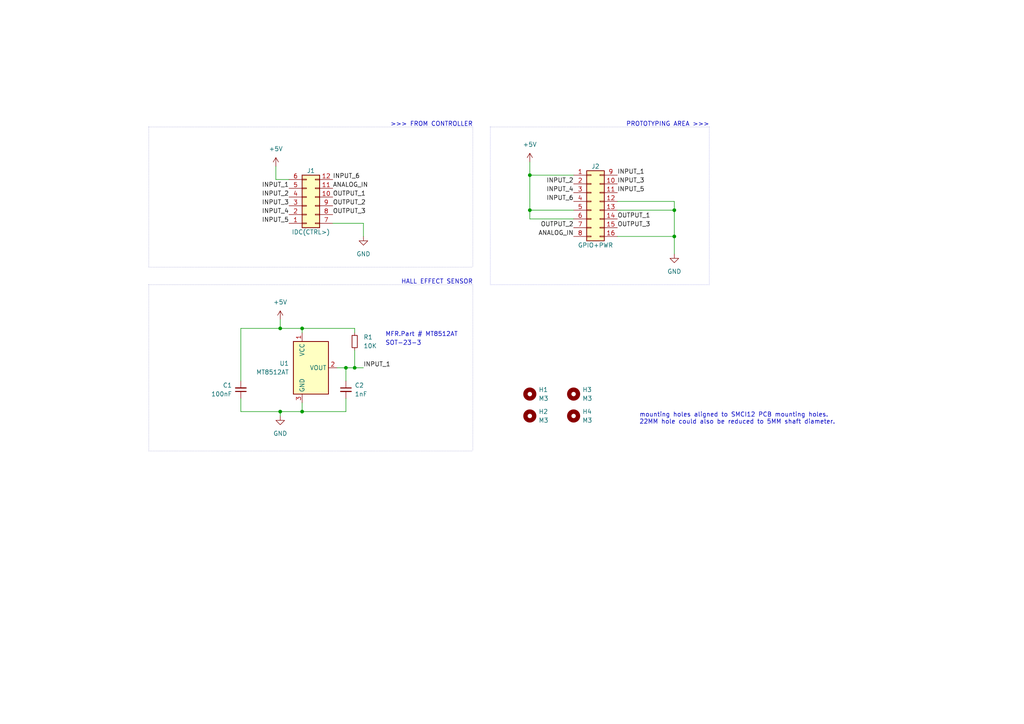
<source format=kicad_sch>
(kicad_sch (version 20211123) (generator eeschema)
  (paper "A4")
  (lib_symbols
    (symbol "Connector_Generic:Conn_02x06_Top_Bottom" (pin_names (offset 1.016) hide)
      (property "Reference" "J" (at 1.27 7.62 0))
      (property "Value" "Conn_02x06_Top_Bottom" (at 1.27 -10.16 0))
      (symbol "Conn_02x06_Top_Bottom_1_1"
        (rectangle (start -1.27 -7.493) (end 0 -7.747) (stroke (width 0.1524)))
        (rectangle (start -1.27 -4.953) (end 0 -5.207) (stroke (width 0.1524)))
        (rectangle (start -1.27 -2.413) (end 0 -2.667) (stroke (width 0.1524)))
        (rectangle (start -1.27 0.127) (end 0 -0.127) (stroke (width 0.1524)))
        (rectangle (start -1.27 2.667) (end 0 2.413) (stroke (width 0.1524)))
        (rectangle (start -1.27 5.207) (end 0 4.953) (stroke (width 0.1524)))
        (rectangle (start -1.27 6.35) (end 3.81 -8.89) (stroke (width 0.254)) (fill (type background)))
        (rectangle (start 3.81 -7.493) (end 2.54 -7.747) (stroke (width 0.1524)))
        (rectangle (start 3.81 -4.953) (end 2.54 -5.207) (stroke (width 0.1524)))
        (rectangle (start 3.81 -2.413) (end 2.54 -2.667) (stroke (width 0.1524)))
        (rectangle (start 3.81 0.127) (end 2.54 -0.127) (stroke (width 0.1524)))
        (rectangle (start 3.81 2.667) (end 2.54 2.413) (stroke (width 0.1524)))
        (rectangle (start 3.81 5.207) (end 2.54 4.953) (stroke (width 0.1524)))
        (pin passive line (at -5.08 5.08 0) (length 3.81) (name "Pin_1") (number "1"))
        (pin passive line (at 7.62 -2.54 180) (length 3.81) (name "Pin_10") (number "10"))
        (pin passive line (at 7.62 -5.08 180) (length 3.81) (name "Pin_11") (number "11"))
        (pin passive line (at 7.62 -7.62 180) (length 3.81) (name "Pin_12") (number "12"))
        (pin passive line (at -5.08 2.54 0) (length 3.81) (name "Pin_2") (number "2"))
        (pin passive line (at -5.08 0 0) (length 3.81) (name "Pin_3") (number "3"))
        (pin passive line (at -5.08 -2.54 0) (length 3.81) (name "Pin_4") (number "4"))
        (pin passive line (at -5.08 -5.08 0) (length 3.81) (name "Pin_5") (number "5"))
        (pin passive line (at -5.08 -7.62 0) (length 3.81) (name "Pin_6") (number "6"))
        (pin passive line (at 7.62 5.08 180) (length 3.81) (name "Pin_7") (number "7"))
        (pin passive line (at 7.62 2.54 180) (length 3.81) (name "Pin_8") (number "8"))
        (pin passive line (at 7.62 0 180) (length 3.81) (name "Pin_9") (number "9"))
      )
    )
    (symbol "Connector_Generic:Conn_02x08_Top_Bottom" (pin_names (offset 1.016) hide)
      (property "Reference" "J" (at 1.27 10.16 0))
      (property "Value" "Conn_02x08_Top_Bottom" (at 1.27 -12.7 0))
      (symbol "Conn_02x08_Top_Bottom_1_1"
        (rectangle (start -1.27 -10.033) (end 0 -10.287) (stroke (width 0.1524)))
        (rectangle (start -1.27 -7.493) (end 0 -7.747) (stroke (width 0.1524)))
        (rectangle (start -1.27 -4.953) (end 0 -5.207) (stroke (width 0.1524)))
        (rectangle (start -1.27 -2.413) (end 0 -2.667) (stroke (width 0.1524)))
        (rectangle (start -1.27 0.127) (end 0 -0.127) (stroke (width 0.1524)))
        (rectangle (start -1.27 2.667) (end 0 2.413) (stroke (width 0.1524)))
        (rectangle (start -1.27 5.207) (end 0 4.953) (stroke (width 0.1524)))
        (rectangle (start -1.27 7.747) (end 0 7.493) (stroke (width 0.1524)))
        (rectangle (start -1.27 8.89) (end 3.81 -11.43) (stroke (width 0.254)) (fill (type background)))
        (rectangle (start 3.81 -10.033) (end 2.54 -10.287) (stroke (width 0.1524)))
        (rectangle (start 3.81 -7.493) (end 2.54 -7.747) (stroke (width 0.1524)))
        (rectangle (start 3.81 -4.953) (end 2.54 -5.207) (stroke (width 0.1524)))
        (rectangle (start 3.81 -2.413) (end 2.54 -2.667) (stroke (width 0.1524)))
        (rectangle (start 3.81 0.127) (end 2.54 -0.127) (stroke (width 0.1524)))
        (rectangle (start 3.81 2.667) (end 2.54 2.413) (stroke (width 0.1524)))
        (rectangle (start 3.81 5.207) (end 2.54 4.953) (stroke (width 0.1524)))
        (rectangle (start 3.81 7.747) (end 2.54 7.493) (stroke (width 0.1524)))
        (pin passive line (at -5.08 7.62 0) (length 3.81) (name "Pin_1") (number "1"))
        (pin passive line (at 7.62 5.08 180) (length 3.81) (name "Pin_10") (number "10"))
        (pin passive line (at 7.62 2.54 180) (length 3.81) (name "Pin_11") (number "11"))
        (pin passive line (at 7.62 0 180) (length 3.81) (name "Pin_12") (number "12"))
        (pin passive line (at 7.62 -2.54 180) (length 3.81) (name "Pin_13") (number "13"))
        (pin passive line (at 7.62 -5.08 180) (length 3.81) (name "Pin_14") (number "14"))
        (pin passive line (at 7.62 -7.62 180) (length 3.81) (name "Pin_15") (number "15"))
        (pin passive line (at 7.62 -10.16 180) (length 3.81) (name "Pin_16") (number "16"))
        (pin passive line (at -5.08 5.08 0) (length 3.81) (name "Pin_2") (number "2"))
        (pin passive line (at -5.08 2.54 0) (length 3.81) (name "Pin_3") (number "3"))
        (pin passive line (at -5.08 0 0) (length 3.81) (name "Pin_4") (number "4"))
        (pin passive line (at -5.08 -2.54 0) (length 3.81) (name "Pin_5") (number "5"))
        (pin passive line (at -5.08 -5.08 0) (length 3.81) (name "Pin_6") (number "6"))
        (pin passive line (at -5.08 -7.62 0) (length 3.81) (name "Pin_7") (number "7"))
        (pin passive line (at -5.08 -10.16 0) (length 3.81) (name "Pin_8") (number "8"))
        (pin passive line (at 7.62 7.62 180) (length 3.81) (name "Pin_9") (number "9"))
      )
    )
    (symbol "Device:C_Small" (pin_numbers hide) (pin_names (offset 0.254) hide)
      (property "Reference" "C" (at 0.254 1.778 0))
      (property "Value" "C_Small" (at 0.254 -2.032 0))
      (symbol "C_Small_0_1"
        (polyline (pts (xy -1.524 -0.508) (xy 1.524 -0.508)) (stroke (width 0.3302)))
        (polyline (pts (xy -1.524 0.508) (xy 1.524 0.508)) (stroke (width 0.3048)))
      )
      (symbol "C_Small_1_1"
        (pin passive line (at 0 2.54 270) (length 2.032) (name "~") (number "1"))
        (pin passive line (at 0 -2.54 90) (length 2.032) (name "~") (number "2"))
      )
    )
    (symbol "Device:R_Small" (pin_numbers hide) (pin_names (offset 0.254) hide)
      (property "Reference" "R" (at 0.762 0.508 0))
      (property "Value" "R_Small" (at 0.762 -1.016 0))
      (symbol "R_Small_0_1"
        (rectangle (start -0.762 1.778) (end 0.762 -1.778) (stroke (width 0.2032)))
      )
      (symbol "R_Small_1_1"
        (pin passive line (at 0 2.54 270) (length 0.762) (name "~") (number "1"))
        (pin passive line (at 0 -2.54 90) (length 0.762) (name "~") (number "2"))
      )
    )
    (symbol "Mechanical:MountingHole" (pin_names (offset 1.016))
      (property "Reference" "H" (at 0 5.08 0))
      (property "Value" "MountingHole" (at 0 3.175 0))
      (symbol "MountingHole_0_1"
        (circle (center 0 0) (radius 1.27) (stroke (width 1.27)))
      )
    )
    (symbol "Sensor_Magnetic:A1101LLHL"
      (property "Reference" "U" (at 0 11.43 0))
      (property "Value" "A1101LLHL" (at 0 8.89 0))
      (symbol "A1101LLHL_0_1"
        (rectangle (start -5.08 7.62) (end 5.08 -7.62) (stroke (width 0.254)) (fill (type background)))
      )
      (symbol "A1101LLHL_1_1"
        (pin power_in line (at -2.54 10.16 270) (length 2.54) (name "VCC") (number "1"))
        (pin open_collector line (at 7.62 0 180) (length 2.54) (name "VOUT") (number "2"))
        (pin power_in line (at -2.54 -10.16 90) (length 2.54) (name "GND") (number "3"))
      )
    )
    (symbol "power:+5V" (power) (pin_names (offset 0))
      (property "Value" "+5V" (at 0 3.556 0))
      (symbol "+5V_0_1"
        (polyline (pts (xy -0.762 1.27) (xy 0 2.54)))
        (polyline (pts (xy 0 0) (xy 0 2.54)))
        (polyline (pts (xy 0 2.54) (xy 0.762 1.27)))
      )
      (symbol "+5V_1_1"
        (pin power_in line (at 0 0 90) (length 0) hide (name "+5V") (number "1"))
      )
    )
    (symbol "power:GND" (power) (pin_names (offset 0))
      (property "Value" "GND" (at 0 -3.81 0))
      (symbol "GND_0_1"
        (polyline (pts (xy 0 0) (xy 0 -1.27) (xy 1.27 -1.27) (xy 0 -2.54) (xy -1.27 -1.27) (xy 0 -1.27)))
      )
      (symbol "GND_1_1"
        (pin power_in line (at 0 0 270) (length 0) hide (name "GND") (number "1"))
      )
    )
  )
  (junction (at 195.58 60.96))
  (junction (at 153.67 50.8))
  (junction (at 81.28 95.25))
  (junction (at 81.28 119.38))
  (junction (at 195.58 68.58))
  (junction (at 87.63 95.25))
  (junction (at 153.67 60.96))
  (junction (at 102.87 106.68))
  (junction (at 87.63 119.38))
  (junction (at 100.33 106.68))
  (wire (pts (xy 166.37 50.8) (xy 153.67 50.8)))
  (wire (pts (xy 69.85 110.49) (xy 69.85 95.25)))
  (bus (pts (xy 137.16 36.83) (xy 137.16 77.47)) (stroke (width 0.1) (type dot)))
  (wire (pts (xy 153.67 63.5) (xy 153.67 60.96)))
  (wire (pts (xy 81.28 92.71) (xy 81.28 95.25)))
  (wire (pts (xy 195.58 58.42) (xy 195.58 60.96)))
  (wire (pts (xy 153.67 50.8) (xy 153.67 46.99)))
  (wire (pts (xy 81.28 119.38) (xy 87.63 119.38)))
  (wire (pts (xy 102.87 96.52) (xy 102.87 95.25)))
  (wire (pts (xy 80.01 48.26) (xy 80.01 52.07)))
  (wire (pts (xy 166.37 63.5) (xy 153.67 63.5)))
  (wire (pts (xy 100.33 106.68) (xy 102.87 106.68)))
  (bus (pts (xy 142.24 36.83) (xy 205.74 36.83)) (stroke (width 0.1) (type dot)))
  (bus (pts (xy 43.18 82.55) (xy 137.16 82.55)) (stroke (width 0.1) (type dot)))
  (wire (pts (xy 195.58 68.58) (xy 195.58 73.66)))
  (wire (pts (xy 69.85 95.25) (xy 81.28 95.25)))
  (wire (pts (xy 100.33 106.68) (xy 100.33 110.49)))
  (wire (pts (xy 102.87 101.6) (xy 102.87 106.68)))
  (wire (pts (xy 81.28 95.25) (xy 87.63 95.25)))
  (bus (pts (xy 43.18 36.83) (xy 137.16 36.83)) (stroke (width 0.1) (type dot)))
  (wire (pts (xy 195.58 60.96) (xy 195.58 68.58)))
  (wire (pts (xy 153.67 60.96) (xy 153.67 50.8)))
  (bus (pts (xy 43.18 130.81) (xy 137.16 130.81)) (stroke (width 0.1) (type dot)))
  (wire (pts (xy 87.63 119.38) (xy 100.33 119.38)))
  (wire (pts (xy 179.07 68.58) (xy 195.58 68.58)))
  (polyline (pts (xy 142.24 82.55) (xy 205.74 82.55)) (stroke (width 0.1) (type dot)))
  (wire (pts (xy 100.33 115.57) (xy 100.33 119.38)))
  (wire (pts (xy 87.63 95.25) (xy 102.87 95.25)))
  (wire (pts (xy 179.07 60.96) (xy 195.58 60.96)))
  (wire (pts (xy 69.85 119.38) (xy 81.28 119.38)))
  (wire (pts (xy 179.07 58.42) (xy 195.58 58.42)))
  (wire (pts (xy 102.87 106.68) (xy 105.41 106.68)))
  (wire (pts (xy 87.63 95.25) (xy 87.63 96.52)))
  (bus (pts (xy 43.18 77.47) (xy 137.16 77.47)) (stroke (width 0.1) (type dot)))
  (wire (pts (xy 87.63 116.84) (xy 87.63 119.38)))
  (polyline (pts (xy 142.24 36.83) (xy 142.24 82.55)) (stroke (width 0.1) (type dot)))
  (wire (pts (xy 69.85 115.57) (xy 69.85 119.38)))
  (wire (pts (xy 166.37 60.96) (xy 153.67 60.96)))
  (wire (pts (xy 105.41 64.77) (xy 105.41 68.58)))
  (polyline (pts (xy 205.74 36.83) (xy 205.74 82.55)) (stroke (width 0.1) (type dot)))
  (wire (pts (xy 80.01 52.07) (xy 83.82 52.07)))
  (bus (pts (xy 137.16 82.55) (xy 137.16 130.81)) (stroke (width 0.1) (type dot)))
  (wire (pts (xy 81.28 119.38) (xy 81.28 120.65)))
  (wire (pts (xy 97.79 106.68) (xy 100.33 106.68)))
  (wire (pts (xy 96.52 64.77) (xy 105.41 64.77)))
  (bus (pts (xy 43.18 36.83) (xy 43.18 77.47)) (stroke (width 0.1) (type dot)))
  (bus (pts (xy 43.18 82.55) (xy 43.18 130.81)) (stroke (width 0.1) (type dot)))
  (text "HALL EFFECT SENSOR" (at 137.16 82.55 180) (effects (font (size 1.27 1.27)) (justify right bottom)))
  (text "MFR.Part # MT8512AT" (at 111.76 97.79 0) (effects (font (size 1.27 1.27)) (justify left bottom)))
  (text ">>> FROM CONTROLLER" (at 137.16 36.83 180) (effects (font (size 1.27 1.27)) (justify right bottom)))
  (text "SOT-23-3" (at 111.76 100.33 0) (effects (font (size 1.27 1.27)) (justify left bottom)))
  (text "mounting holes aligned to SMCI12 PCB mounting holes.\n22MM hole could also be reduced to 5MM shaft diameter." (at 185.42 123.19 0) (effects (font (size 1.27 1.27)) (justify left bottom)))
  (text "PROTOTYPING AREA >>>" (at 205.74 36.83 180) (effects (font (size 1.27 1.27)) (justify right bottom)))
  (label "INPUT_3" (at 179.07 53.34 0))
  (label "INPUT_4" (at 83.82 62.23 180))
  (label "OUTPUT_3" (at 179.07 66.04 0))
  (label "INPUT_5" (at 179.07 55.88 0))
  (label "INPUT_6" (at 166.37 58.42 180))
  (label "ANALOG_IN" (at 96.52 54.61 0))
  (label "OUTPUT_2" (at 96.52 59.69 0))
  (label "INPUT_2" (at 83.82 57.15 180))
  (label "INPUT_6" (at 96.52 52.07 0))
  (label "INPUT_5" (at 83.82 64.77 180))
  (label "ANALOG_IN" (at 166.37 68.58 180))
  (label "INPUT_3" (at 83.82 59.69 180))
  (label "OUTPUT_3" (at 96.52 62.23 0))
  (label "OUTPUT_2" (at 166.37 66.04 180))
  (label "OUTPUT_1" (at 179.07 63.5 0))
  (label "INPUT_2" (at 166.37 53.34 180))
  (label "INPUT_4" (at 166.37 55.88 180))
  (label "INPUT_1" (at 83.82 54.61 180))
  (label "INPUT_1" (at 105.41 106.68 0))
  (label "OUTPUT_1" (at 96.52 57.15 0))
  (label "INPUT_1" (at 179.07 50.8 0))
  (symbol (lib_id "power:+5V") (at 80.01 48.26 0) (unit 1)
    (property "Reference" "#PWR0101" (effects hide))
    (property "Value" "+5V" (at 80.01 43.18 0))
  )
  (symbol (lib_id "Device:R_Small") (at 102.87 99.06 0) (mirror y) (unit 1)
    (property "Reference" "R1" (at 105.41 97.7899 0) (effects (justify right)))
    (property "Value" "10K" (at 105.41 100.3299 0) (effects (justify right)))
    (property "Footprint" "Resistor_SMD:R_0603_1608Metric" (effects hide))
  )
  (symbol (lib_id "Mechanical:MountingHole") (at 166.37 120.65 0) (unit 1)
    (property "Reference" "H4" (at 168.91 119.3799 0) (effects (justify left)))
    (property "Value" "M3" (at 168.91 121.9199 0) (effects (justify left)))
    (property "Footprint" "MountingHole:MountingHole_3.2mm_M3" (effects hide))
  )
  (symbol (lib_id "Mechanical:MountingHole") (at 153.67 114.3 0) (unit 1)
    (property "Reference" "H1" (at 156.21 113.0299 0) (effects (justify left)))
    (property "Value" "M3" (at 156.21 115.5699 0) (effects (justify left)))
    (property "Footprint" "MountingHole:MountingHole_3.2mm_M3" (effects hide))
  )
  (symbol (lib_id "Mechanical:MountingHole") (at 153.67 120.65 0) (unit 1)
    (property "Reference" "H2" (at 156.21 119.3799 0) (effects (justify left)))
    (property "Value" "M3" (at 156.21 121.9199 0) (effects (justify left)))
    (property "Footprint" "MountingHole:MountingHole_3.2mm_M3" (effects hide))
  )
  (symbol (lib_id "power:+5V") (at 153.67 46.99 0) (unit 1)
    (property "Reference" "#PWR0107" (effects hide))
    (property "Value" "+5V" (at 153.67 41.91 0))
  )
  (symbol (lib_id "Device:C_Small") (at 69.85 113.03 0) (mirror x) (unit 1)
    (property "Reference" "C1" (at 67.31 111.7535 0) (effects (justify right)))
    (property "Value" "100nF" (at 67.31 114.2935 0) (effects (justify right)))
    (property "Footprint" "Capacitor_SMD:C_0603_1608Metric" (effects hide))
  )
  (symbol (lib_id "Mechanical:MountingHole") (at 166.37 114.3 0) (unit 1)
    (property "Reference" "H3" (at 168.91 113.0299 0) (effects (justify left)))
    (property "Value" "M3" (at 168.91 115.5699 0) (effects (justify left)))
    (property "Footprint" "MountingHole:MountingHole_3.2mm_M3" (effects hide))
  )
  (symbol (lib_id "power:GND") (at 81.28 120.65 0) (unit 1)
    (property "Reference" "#PWR0103" (effects hide))
    (property "Value" "GND" (at 81.28 125.73 0))
  )
  (symbol (lib_id "Connector_Generic:Conn_02x08_Top_Bottom") (at 171.45 58.42 0) (unit 1)
    (property "Reference" "J2" (at 172.72 48.26 0))
    (property "Value" "GPIO+PWR" (at 172.72 71.12 0))
    (property "Footprint" "Connector_Molex:Molex_Nano-Fit_105314-xx16_2x08_P2.50mm_Horizontal" (effects hide))
  )
  (symbol (lib_id "Device:C_Small") (at 100.33 113.03 0) (unit 1)
    (property "Reference" "C2" (at 102.87 111.7662 0) (effects (justify left)))
    (property "Value" "1nF" (at 102.87 114.3062 0) (effects (justify left)))
    (property "Footprint" "Capacitor_SMD:C_0603_1608Metric" (effects hide))
  )
  (symbol (lib_id "Connector_Generic:Conn_02x06_Top_Bottom") (at 88.9 59.69 0) (mirror x) (unit 1)
    (property "Reference" "J1" (at 90.17 49.53 0))
    (property "Value" "IDC(CTRL>)" (at 90.17 67.31 0))
    (property "Footprint" "Connector_Molex:Molex_Nano-Fit_105314-xx12_2x06_P2.50mm_Horizontal" (effects hide))
  )
  (symbol (lib_id "Sensor_Magnetic:A1101LLHL") (at 90.17 106.68 0) (unit 1)
    (property "Reference" "U1" (at 83.82 105.4099 0) (effects (justify right)))
    (property "Value" "MT8512AT" (at 83.82 107.9499 0) (effects (justify right)))
    (property "Footprint" "Package_TO_SOT_SMD:SOT-23_Handsoldering" (effects hide))
    (property "Datasheet" "https://www.allegromicro.com/-/media/files/datasheets/a110x-datasheet.ashx" (effects hide))
  )
  (symbol (lib_id "power:GND") (at 195.58 73.66 0) (unit 1)
    (property "Reference" "#PWR0108" (effects hide))
    (property "Value" "GND" (at 195.58 78.74 0))
  )
  (symbol (lib_id "power:+5V") (at 81.28 92.71 0) (unit 1)
    (property "Reference" "#PWR0104" (effects hide))
    (property "Value" "+5V" (at 81.28 87.63 0))
  )
  (symbol (lib_id "power:GND") (at 105.41 68.58 0) (unit 1)
    (property "Reference" "#PWR0102" (effects hide))
    (property "Value" "GND" (at 105.41 73.66 0))
  )
)
</source>
